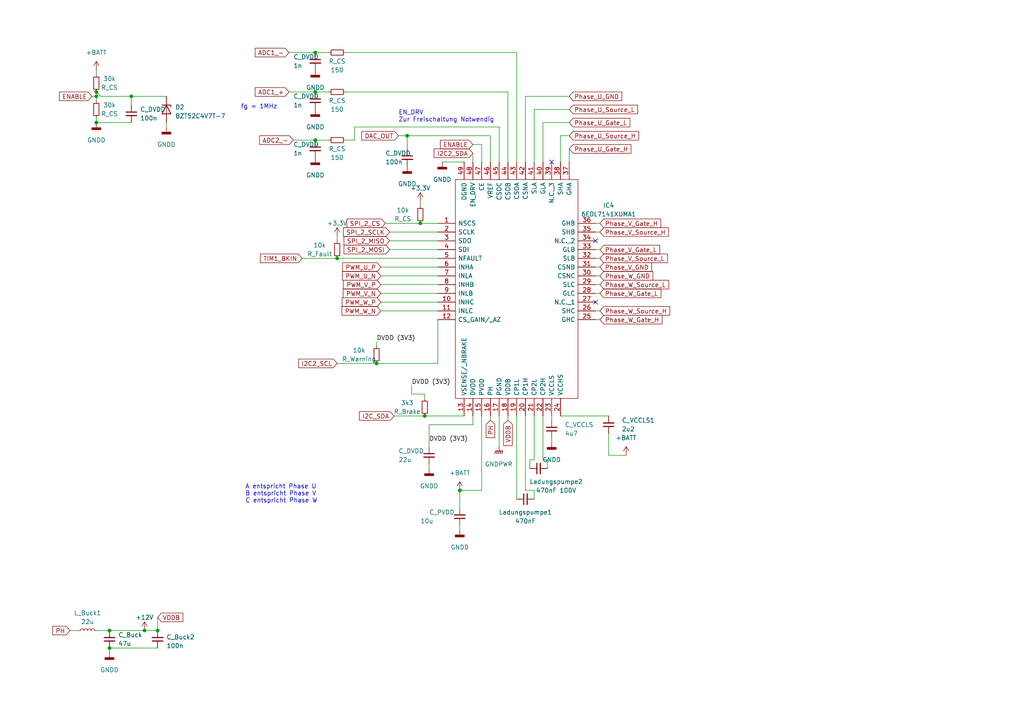
<source format=kicad_sch>
(kicad_sch (version 20230121) (generator eeschema)
  (paper "A4")
  (lib_symbols
    (symbol "Device:C_Small" (pin_numbers hide) (pin_names (offset 0.254) hide)
      (property "Reference" "C" (at 0.254 1.778 0))
      (property "Value" "C_Small" (at 0.254 -2.032 0))
      (symbol "C_Small_0_1"
        (polyline (pts (xy -1.524 -0.508) (xy 1.524 -0.508)) (stroke (width 0.3302)))
        (polyline (pts (xy -1.524 0.508) (xy 1.524 0.508)) (stroke (width 0.3048)))
      )
      (symbol "C_Small_1_1"
        (pin passive line (at 0 2.54 270) (length 2.032) (name "~") (number "1"))
        (pin passive line (at 0 -2.54 90) (length 2.032) (name "~") (number "2"))
      )
    )
    (symbol "Device:D_Zener" (pin_numbers hide) (pin_names (offset 1.016) hide)
      (property "Reference" "D" (at 0 2.54 0))
      (property "Value" "D_Zener" (at 0 -2.54 0))
      (symbol "D_Zener_0_1"
        (polyline (pts (xy 1.27 0) (xy -1.27 0)))
        (polyline (pts (xy -1.27 -1.27) (xy -1.27 1.27) (xy -0.762 1.27)) (stroke (width 0.254)))
        (polyline (pts (xy 1.27 -1.27) (xy 1.27 1.27) (xy -1.27 0) (xy 1.27 -1.27)) (stroke (width 0.254)))
      )
      (symbol "D_Zener_1_1"
        (pin passive line (at -3.81 0 0) (length 2.54) (name "K") (number "1"))
        (pin passive line (at 3.81 0 180) (length 2.54) (name "A") (number "2"))
      )
    )
    (symbol "Device:L_Small" (pin_numbers hide) (pin_names (offset 0.254) hide)
      (property "Reference" "L" (at 0.762 1.016 0))
      (property "Value" "L_Small" (at 0.762 -1.016 0))
      (symbol "L_Small_0_1"
        (arc (start 0 -2.032) (mid 0.5058 -1.524) (end 0 -1.016))
        (arc (start 0 -1.016) (mid 0.5058 -0.508) (end 0 0))
        (arc (start 0 0) (mid 0.5058 0.508) (end 0 1.016))
        (arc (start 0 1.016) (mid 0.5058 1.524) (end 0 2.032))
      )
      (symbol "L_Small_1_1"
        (pin passive line (at 0 2.54 270) (length 0.508) (name "~") (number "1"))
        (pin passive line (at 0 -2.54 90) (length 0.508) (name "~") (number "2"))
      )
    )
    (symbol "Device:R_Small" (pin_numbers hide) (pin_names (offset 0.254) hide)
      (property "Reference" "R" (at 0.762 0.508 0))
      (property "Value" "R_Small" (at 0.762 -1.016 0))
      (symbol "R_Small_0_1"
        (rectangle (start -0.762 1.778) (end 0.762 -1.778) (stroke (width 0.2032)))
      )
      (symbol "R_Small_1_1"
        (pin passive line (at 0 2.54 270) (length 0.762) (name "~") (number "1"))
        (pin passive line (at 0 -2.54 90) (length 0.762) (name "~") (number "2"))
      )
    )
    (symbol "GNDPWR_1" (power) (pin_names (offset 0))
      (property "Value" "GNDPWR_1" (at 0 -3.302 0))
      (symbol "GNDPWR_1_0_1"
        (polyline (pts (xy 0 -1.27) (xy 0 0)))
        (polyline (pts (xy -1.016 -1.27) (xy -1.27 -2.032) (xy -1.27 -2.032)) (stroke (width 0.2032)))
        (polyline (pts (xy -0.508 -1.27) (xy -0.762 -2.032) (xy -0.762 -2.032)) (stroke (width 0.2032)))
        (polyline (pts (xy 0 -1.27) (xy -0.254 -2.032) (xy -0.254 -2.032)) (stroke (width 0.2032)))
        (polyline (pts (xy 0.508 -1.27) (xy 0.254 -2.032) (xy 0.254 -2.032)) (stroke (width 0.2032)))
        (polyline (pts (xy 1.016 -1.27) (xy -1.016 -1.27) (xy -1.016 -1.27)) (stroke (width 0.2032)))
        (polyline (pts (xy 1.016 -1.27) (xy 0.762 -2.032) (xy 0.762 -2.032) (xy 0.762 -2.032)) (stroke (width 0.2032)))
      )
      (symbol "GNDPWR_1_1_1"
        (pin power_in line (at 0 0 270) (length 0) hide (name "GNDPWR") (number "1"))
      )
    )
    (symbol "SamacSys_Parts:6EDL7141XUMA1" (pin_names (offset 0.762))
      (property "Reference" "IC" (at 41.91 17.78 0))
      (property "Value" "6EDL7141XUMA1" (at 41.91 15.24 0))
      (symbol "6EDL7141XUMA1_0_0"
        (pin passive line (at 0 0 0) (length 5.08) (name "NSCS") (number "1"))
        (pin passive line (at 0 -22.86 0) (length 5.08) (name "INHC") (number "10"))
        (pin passive line (at 0 -25.4 0) (length 5.08) (name "INLC") (number "11"))
        (pin passive line (at 0 -27.94 0) (length 5.08) (name "CS_GAIN/_AZ") (number "12"))
        (pin passive line (at 7.62 -55.88 90) (length 5.08) (name "VSENSE/_NBRAKE") (number "13"))
        (pin passive line (at 10.16 -55.88 90) (length 5.08) (name "DVDD") (number "14"))
        (pin passive line (at 12.7 -55.88 90) (length 5.08) (name "PVDD") (number "15"))
        (pin passive line (at 15.24 -55.88 90) (length 5.08) (name "PH") (number "16"))
        (pin passive line (at 17.78 -55.88 90) (length 5.08) (name "PGND") (number "17"))
        (pin passive line (at 20.32 -55.88 90) (length 5.08) (name "VDDB") (number "18"))
        (pin passive line (at 22.86 -55.88 90) (length 5.08) (name "CP1L") (number "19"))
        (pin passive line (at 0 -2.54 0) (length 5.08) (name "SCLK") (number "2"))
        (pin passive line (at 25.4 -55.88 90) (length 5.08) (name "CP1H") (number "20"))
        (pin passive line (at 27.94 -55.88 90) (length 5.08) (name "CP2L") (number "21"))
        (pin passive line (at 30.48 -55.88 90) (length 5.08) (name "CP2H") (number "22"))
        (pin passive line (at 33.02 -55.88 90) (length 5.08) (name "VCCLS") (number "23"))
        (pin passive line (at 35.56 -55.88 90) (length 5.08) (name "VCCHS") (number "24"))
        (pin passive line (at 45.72 -27.94 180) (length 5.08) (name "GHC") (number "25"))
        (pin passive line (at 45.72 -25.4 180) (length 5.08) (name "SHC") (number "26"))
        (pin passive line (at 45.72 -22.86 180) (length 5.08) (name "N.C._1") (number "27"))
        (pin passive line (at 45.72 -20.32 180) (length 5.08) (name "GLC") (number "28"))
        (pin passive line (at 45.72 -17.78 180) (length 5.08) (name "SLC") (number "29"))
        (pin passive line (at 0 -5.08 0) (length 5.08) (name "SDO") (number "3"))
        (pin passive line (at 45.72 -15.24 180) (length 5.08) (name "CSNC") (number "30"))
        (pin passive line (at 45.72 -12.7 180) (length 5.08) (name "CSNB") (number "31"))
        (pin passive line (at 45.72 -10.16 180) (length 5.08) (name "SLB") (number "32"))
        (pin passive line (at 45.72 -7.62 180) (length 5.08) (name "GLB") (number "33"))
        (pin passive line (at 45.72 -5.08 180) (length 5.08) (name "N.C._2") (number "34"))
        (pin passive line (at 45.72 -2.54 180) (length 5.08) (name "SHB") (number "35"))
        (pin passive line (at 45.72 0 180) (length 5.08) (name "GHB") (number "36"))
        (pin passive line (at 38.1 17.78 270) (length 5.08) (name "GHA") (number "37"))
        (pin passive line (at 35.56 17.78 270) (length 5.08) (name "SHA") (number "38"))
        (pin passive line (at 33.02 17.78 270) (length 5.08) (name "N.C._3") (number "39"))
        (pin passive line (at 0 -7.62 0) (length 5.08) (name "SDI") (number "4"))
        (pin passive line (at 30.48 17.78 270) (length 5.08) (name "GLA") (number "40"))
        (pin passive line (at 27.94 17.78 270) (length 5.08) (name "SLA") (number "41"))
        (pin passive line (at 25.4 17.78 270) (length 5.08) (name "CSNA") (number "42"))
        (pin passive line (at 22.86 17.78 270) (length 5.08) (name "CSOA") (number "43"))
        (pin passive line (at 20.32 17.78 270) (length 5.08) (name "CSOB") (number "44"))
        (pin passive line (at 17.78 17.78 270) (length 5.08) (name "CSOC") (number "45"))
        (pin passive line (at 15.24 17.78 270) (length 5.08) (name "VREF") (number "46"))
        (pin passive line (at 12.7 17.78 270) (length 5.08) (name "CE") (number "47"))
        (pin passive line (at 10.16 17.78 270) (length 5.08) (name "EN_DRV") (number "48"))
        (pin passive line (at 7.62 17.78 270) (length 5.08) (name "DGND") (number "49"))
        (pin passive line (at 0 -10.16 0) (length 5.08) (name "NFAULT") (number "5"))
        (pin passive line (at 0 -12.7 0) (length 5.08) (name "INHA") (number "6"))
        (pin passive line (at 0 -15.24 0) (length 5.08) (name "INLA") (number "7"))
        (pin passive line (at 0 -17.78 0) (length 5.08) (name "INHB") (number "8"))
        (pin passive line (at 0 -20.32 0) (length 5.08) (name "INLB") (number "9"))
      )
      (symbol "6EDL7141XUMA1_0_1"
        (polyline (pts (xy 5.08 12.7) (xy 40.64 12.7) (xy 40.64 -50.8) (xy 5.08 -50.8) (xy 5.08 12.7)) (stroke (width 0.1524)))
      )
    )
    (symbol "power:+12V" (power) (pin_names (offset 0))
      (property "Value" "+12V" (at 0 3.556 0))
      (symbol "+12V_0_1"
        (polyline (pts (xy -0.762 1.27) (xy 0 2.54)))
        (polyline (pts (xy 0 0) (xy 0 2.54)))
        (polyline (pts (xy 0 2.54) (xy 0.762 1.27)))
      )
      (symbol "+12V_1_1"
        (pin power_in line (at 0 0 90) (length 0) hide (name "+12V") (number "1"))
      )
    )
    (symbol "power:+3.3V" (power) (pin_names (offset 0))
      (property "Value" "+3.3V" (at 0 3.556 0))
      (symbol "+3.3V_0_1"
        (polyline (pts (xy -0.762 1.27) (xy 0 2.54)))
        (polyline (pts (xy 0 0) (xy 0 2.54)))
        (polyline (pts (xy 0 2.54) (xy 0.762 1.27)))
      )
      (symbol "+3.3V_1_1"
        (pin power_in line (at 0 0 90) (length 0) hide (name "+3.3V") (number "1"))
      )
    )
    (symbol "power:+BATT" (power) (pin_names (offset 0))
      (property "Value" "+BATT" (at 0 3.556 0))
      (symbol "+BATT_0_1"
        (polyline (pts (xy -0.762 1.27) (xy 0 2.54)))
        (polyline (pts (xy 0 0) (xy 0 2.54)))
        (polyline (pts (xy 0 2.54) (xy 0.762 1.27)))
      )
      (symbol "+BATT_1_1"
        (pin power_in line (at 0 0 90) (length 0) hide (name "+BATT") (number "1"))
      )
    )
    (symbol "power:GNDD" (power) (pin_names (offset 0))
      (property "Value" "GNDD" (at 0 -3.175 0))
      (symbol "GNDD_0_1"
        (rectangle (start -1.27 -1.524) (end 1.27 -2.032) (stroke (width 0.254)) (fill (type outline)))
        (polyline (pts (xy 0 0) (xy 0 -1.524)))
      )
      (symbol "GNDD_1_1"
        (pin power_in line (at 0 0 270) (length 0) hide (name "GNDD") (number "1"))
      )
    )
  )
  (junction (at 121.92 64.77))
  (junction (at 97.79 74.93))
  (junction (at 27.94 26.67))
  (junction (at 38.1 27.94))
  (junction (at 109.22 105.41))
  (junction (at 91.44 40.64))
  (junction (at 91.44 26.67))
  (junction (at 123.19 120.65))
  (junction (at 118.11 39.37))
  (junction (at 31.75 187.96))
  (junction (at 133.35 142.24))
  (junction (at 41.91 182.88))
  (junction (at 27.94 35.56))
  (junction (at 45.72 182.88))
  (junction (at 27.94 27.94))
  (junction (at 31.75 182.88))
  (junction (at 91.44 15.24))
  (no_connect (at 172.72 69.85))
  (no_connect (at 172.72 87.63))
  (no_connect (at 160.02 46.99))
  (wire (pts (xy 102.87 40.64) (xy 100.33 40.64)))
  (wire (pts (xy 110.49 82.55) (xy 127 82.55)))
  (wire (pts (xy 91.44 26.67) (xy 95.25 26.67)))
  (wire (pts (xy 91.44 40.64) (xy 95.25 40.64)))
  (wire (pts (xy 139.7 46.99) (xy 139.7 41.91)))
  (wire (pts (xy 172.72 74.93) (xy 173.99 74.93)))
  (wire (pts (xy 29.21 27.94) (xy 27.94 26.67)))
  (wire (pts (xy 149.86 120.65) (xy 149.86 144.78)))
  (wire (pts (xy 142.24 39.37) (xy 142.24 46.99)))
  (wire (pts (xy 26.67 27.94) (xy 27.94 27.94)))
  (wire (pts (xy 113.03 69.85) (xy 127 69.85)))
  (wire (pts (xy 123.19 114.3) (xy 123.19 115.57)))
  (wire (pts (xy 121.92 64.77) (xy 127 64.77)))
  (wire (pts (xy 142.24 120.65) (xy 142.24 121.92)))
  (wire (pts (xy 172.72 82.55) (xy 173.99 82.55)))
  (wire (pts (xy 153.67 133.35) (xy 153.67 135.89)))
  (wire (pts (xy 113.03 67.31) (xy 127 67.31)))
  (wire (pts (xy 157.48 120.65) (xy 157.48 133.35)))
  (wire (pts (xy 27.94 182.88) (xy 31.75 182.88)))
  (wire (pts (xy 109.22 99.06) (xy 109.22 100.33)))
  (wire (pts (xy 165.1 35.56) (xy 157.48 35.56)))
  (wire (pts (xy 83.82 15.24) (xy 91.44 15.24)))
  (wire (pts (xy 110.49 77.47) (xy 127 77.47)))
  (wire (pts (xy 149.86 15.24) (xy 149.86 46.99)))
  (wire (pts (xy 31.75 182.88) (xy 41.91 182.88)))
  (wire (pts (xy 113.03 72.39) (xy 127 72.39)))
  (wire (pts (xy 133.35 153.67) (xy 133.35 152.4)))
  (wire (pts (xy 31.75 187.96) (xy 31.75 189.23)))
  (wire (pts (xy 172.72 85.09) (xy 173.99 85.09)))
  (wire (pts (xy 172.72 90.17) (xy 173.99 90.17)))
  (wire (pts (xy 110.49 85.09) (xy 127 85.09)))
  (wire (pts (xy 152.4 142.24) (xy 154.94 142.24)))
  (wire (pts (xy 139.7 142.24) (xy 139.7 120.65)))
  (wire (pts (xy 133.35 142.24) (xy 139.7 142.24)))
  (wire (pts (xy 100.33 15.24) (xy 149.86 15.24)))
  (wire (pts (xy 147.32 120.65) (xy 147.32 121.92)))
  (wire (pts (xy 123.19 120.65) (xy 134.62 120.65)))
  (wire (pts (xy 87.63 74.93) (xy 97.79 74.93)))
  (wire (pts (xy 154.94 133.35) (xy 153.67 133.35)))
  (wire (pts (xy 97.79 105.41) (xy 109.22 105.41)))
  (wire (pts (xy 172.72 80.01) (xy 173.99 80.01)))
  (wire (pts (xy 154.94 142.24) (xy 154.94 144.78)))
  (wire (pts (xy 172.72 92.71) (xy 173.99 92.71)))
  (wire (pts (xy 165.1 31.75) (xy 154.94 31.75)))
  (wire (pts (xy 110.49 80.01) (xy 127 80.01)))
  (wire (pts (xy 162.56 46.99) (xy 162.56 39.37)))
  (wire (pts (xy 85.09 40.64) (xy 91.44 40.64)))
  (wire (pts (xy 83.82 26.67) (xy 91.44 26.67)))
  (wire (pts (xy 27.94 27.94) (xy 27.94 29.21)))
  (wire (pts (xy 119.38 111.76) (xy 119.38 114.3)))
  (wire (pts (xy 45.72 187.96) (xy 31.75 187.96)))
  (wire (pts (xy 137.16 123.19) (xy 137.16 120.65)))
  (wire (pts (xy 160.02 127) (xy 160.02 128.27)))
  (wire (pts (xy 118.11 39.37) (xy 142.24 39.37)))
  (wire (pts (xy 115.57 39.37) (xy 118.11 39.37)))
  (wire (pts (xy 124.46 123.19) (xy 137.16 123.19)))
  (wire (pts (xy 172.72 77.47) (xy 173.99 77.47)))
  (wire (pts (xy 38.1 27.94) (xy 38.1 30.48)))
  (wire (pts (xy 162.56 120.65) (xy 176.53 120.65)))
  (wire (pts (xy 127 92.71) (xy 127 105.41)))
  (wire (pts (xy 165.1 27.94) (xy 152.4 27.94)))
  (wire (pts (xy 147.32 26.67) (xy 147.32 46.99)))
  (wire (pts (xy 154.94 120.65) (xy 154.94 133.35)))
  (wire (pts (xy 121.92 58.42) (xy 121.92 59.69)))
  (wire (pts (xy 172.72 67.31) (xy 173.99 67.31)))
  (wire (pts (xy 38.1 27.94) (xy 29.21 27.94)))
  (wire (pts (xy 109.22 105.41) (xy 127 105.41)))
  (wire (pts (xy 91.44 15.24) (xy 95.25 15.24)))
  (wire (pts (xy 27.94 20.32) (xy 27.94 21.59)))
  (wire (pts (xy 48.26 36.83) (xy 48.26 35.56)))
  (wire (pts (xy 139.7 41.91) (xy 137.16 41.91)))
  (wire (pts (xy 27.94 34.29) (xy 27.94 35.56)))
  (wire (pts (xy 172.72 72.39) (xy 173.99 72.39)))
  (wire (pts (xy 102.87 36.83) (xy 102.87 40.64)))
  (wire (pts (xy 27.94 26.67) (xy 27.94 27.94)))
  (wire (pts (xy 110.49 90.17) (xy 127 90.17)))
  (wire (pts (xy 38.1 27.94) (xy 48.26 27.94)))
  (wire (pts (xy 119.38 114.3) (xy 123.19 114.3)))
  (wire (pts (xy 157.48 35.56) (xy 157.48 46.99)))
  (wire (pts (xy 124.46 123.19) (xy 124.46 129.54)))
  (wire (pts (xy 110.49 87.63) (xy 127 87.63)))
  (wire (pts (xy 137.16 44.45) (xy 137.16 46.99)))
  (wire (pts (xy 102.87 36.83) (xy 144.78 36.83)))
  (wire (pts (xy 144.78 36.83) (xy 144.78 46.99)))
  (wire (pts (xy 157.48 133.35) (xy 158.75 133.35)))
  (wire (pts (xy 152.4 120.65) (xy 152.4 142.24)))
  (wire (pts (xy 100.33 26.67) (xy 147.32 26.67)))
  (wire (pts (xy 124.46 134.62) (xy 124.46 135.89)))
  (wire (pts (xy 97.79 68.58) (xy 97.79 69.85)))
  (wire (pts (xy 144.78 120.65) (xy 144.78 129.54)))
  (wire (pts (xy 114.3 120.65) (xy 123.19 120.65)))
  (wire (pts (xy 160.02 120.65) (xy 160.02 121.92)))
  (wire (pts (xy 176.53 132.08) (xy 181.61 132.08)))
  (wire (pts (xy 20.32 182.88) (xy 22.86 182.88)))
  (wire (pts (xy 97.79 74.93) (xy 127 74.93)))
  (wire (pts (xy 128.27 46.99) (xy 134.62 46.99)))
  (wire (pts (xy 45.72 179.07) (xy 45.72 182.88)))
  (wire (pts (xy 133.35 142.24) (xy 133.35 147.32)))
  (wire (pts (xy 172.72 64.77) (xy 173.99 64.77)))
  (wire (pts (xy 154.94 31.75) (xy 154.94 46.99)))
  (wire (pts (xy 41.91 182.88) (xy 45.72 182.88)))
  (wire (pts (xy 158.75 133.35) (xy 158.75 135.89)))
  (wire (pts (xy 152.4 27.94) (xy 152.4 46.99)))
  (wire (pts (xy 27.94 35.56) (xy 38.1 35.56)))
  (wire (pts (xy 165.1 43.18) (xy 165.1 46.99)))
  (wire (pts (xy 162.56 39.37) (xy 165.1 39.37)))
  (wire (pts (xy 118.11 39.37) (xy 118.11 43.18)))
  (wire (pts (xy 176.53 125.73) (xy 176.53 132.08)))
  (wire (pts (xy 111.76 64.77) (xy 121.92 64.77)))
  (text "EN_DRV\nZur Freischaltung Notwendig" (at 115.57 35.56 0) (effects (font (size 1.27 1.27)) (justify left bottom)))
  (text "A entspricht Phase U\nB entspricht Phase V\nC entspricht Phase W" (at 71.12 146.05 0) (effects (font (size 1.27 1.27)) (justify left bottom)))
  (text "fg = 1MHz" (at 69.85 31.75 0) (effects (font (size 1.27 1.27)) (justify left bottom)))
  (label "DVDD (3V3)" (at 119.38 111.76 0))
  (label "DVDD (3V3)" (at 124.46 128.27 0))
  (label "DVDD (3V3)" (at 109.22 99.06 0))
  (global_label "PWM_W_P" (shape input) (at 110.49 87.63 180) (property "Intersheetrefs" "${INTERSHEET_REFS}" (effects hide)))
  (global_label "PWM_V_N" (shape input) (at 110.49 85.09 180) (property "Intersheetrefs" "${INTERSHEET_REFS}" (effects hide)))
  (global_label "I2C2_SCL" (shape input) (at 97.79 105.41 180) (property "Intersheetrefs" "${INTERSHEET_REFS}" (effects hide)))
  (global_label "ADC2_-" (shape input) (at 85.09 40.64 180) (property "Intersheetrefs" "${INTERSHEET_REFS}" (effects hide)))
  (global_label "Phase_W_GND" (shape input) (at 173.99 80.01 0) (property "Intersheetrefs" "${INTERSHEET_REFS}" (effects hide)))
  (global_label "VDDB" (shape input) (at 147.32 121.92 270) (property "Intersheetrefs" "${INTERSHEET_REFS}" (effects hide)))
  (global_label "Phase_W_Source_H" (shape input) (at 173.99 90.17 0) (property "Intersheetrefs" "${INTERSHEET_REFS}" (effects hide)))
  (global_label "TIM1_BKIN" (shape input) (at 87.63 74.93 180) (property "Intersheetrefs" "${INTERSHEET_REFS}" (effects hide)))
  (global_label "PWM_V_P" (shape input) (at 110.49 82.55 180) (property "Intersheetrefs" "${INTERSHEET_REFS}" (effects hide)))
  (global_label "PH" (shape input) (at 142.24 121.92 270) (property "Intersheetrefs" "${INTERSHEET_REFS}" (effects hide)))
  (global_label "Phase_V_Gate_L" (shape input) (at 173.99 72.39 0) (property "Intersheetrefs" "${INTERSHEET_REFS}" (effects hide)))
  (global_label "SPI_2_MISO" (shape input) (at 113.03 69.85 180) (property "Intersheetrefs" "${INTERSHEET_REFS}" (effects hide)))
  (global_label "SPI_2_SCLK" (shape input) (at 113.03 67.31 180) (property "Intersheetrefs" "${INTERSHEET_REFS}" (effects hide)))
  (global_label "Phase_U_Gate_L" (shape input) (at 165.1 35.56 0) (property "Intersheetrefs" "${INTERSHEET_REFS}" (effects hide)))
  (global_label "Phase_W_Source_L" (shape input) (at 173.99 82.55 0) (property "Intersheetrefs" "${INTERSHEET_REFS}" (effects hide)))
  (global_label "PWM_U_P" (shape input) (at 110.49 77.47 180) (property "Intersheetrefs" "${INTERSHEET_REFS}" (effects hide)))
  (global_label "SPI_2_MOSI" (shape input) (at 113.03 72.39 180) (property "Intersheetrefs" "${INTERSHEET_REFS}" (effects hide)))
  (global_label "Phase_W_Gate_L" (shape input) (at 173.99 85.09 0) (property "Intersheetrefs" "${INTERSHEET_REFS}" (effects hide)))
  (global_label "Phase_W_Gate_H" (shape input) (at 173.99 92.71 0) (property "Intersheetrefs" "${INTERSHEET_REFS}" (effects hide)))
  (global_label "ADC1_-" (shape input) (at 83.82 15.24 180) (property "Intersheetrefs" "${INTERSHEET_REFS}" (effects hide)))
  (global_label "PWM_U_N" (shape input) (at 110.49 80.01 180) (property "Intersheetrefs" "${INTERSHEET_REFS}" (effects hide)))
  (global_label "ENABLE" (shape input) (at 26.67 27.94 180) (property "Intersheetrefs" "${INTERSHEET_REFS}" (effects hide)))
  (global_label "Phase_V_Gate_H" (shape input) (at 173.99 64.77 0) (property "Intersheetrefs" "${INTERSHEET_REFS}" (effects hide)))
  (global_label "SPI_2_CS" (shape input) (at 111.76 64.77 180) (property "Intersheetrefs" "${INTERSHEET_REFS}" (effects hide)))
  (global_label "Phase_V_GND" (shape input) (at 173.99 77.47 0) (property "Intersheetrefs" "${INTERSHEET_REFS}" (effects hide)))
  (global_label "ADC1_+" (shape input) (at 83.82 26.67 180) (property "Intersheetrefs" "${INTERSHEET_REFS}" (effects hide)))
  (global_label "I2C_SDA" (shape input) (at 114.3 120.65 180) (property "Intersheetrefs" "${INTERSHEET_REFS}" (effects hide)))
  (global_label "VDDB" (shape input) (at 45.72 179.07 0) (property "Intersheetrefs" "${INTERSHEET_REFS}" (effects hide)))
  (global_label "Phase_V_Source_H" (shape input) (at 173.99 67.31 0) (property "Intersheetrefs" "${INTERSHEET_REFS}" (effects hide)))
  (global_label "Phase_U_GND" (shape input) (at 165.1 27.94 0) (property "Intersheetrefs" "${INTERSHEET_REFS}" (effects hide)))
  (global_label "PWM_W_N" (shape input) (at 110.49 90.17 180) (property "Intersheetrefs" "${INTERSHEET_REFS}" (effects hide)))
  (global_label "Phase_V_Source_L" (shape input) (at 173.99 74.93 0) (property "Intersheetrefs" "${INTERSHEET_REFS}" (effects hide)))
  (global_label "Phase_U_Gate_H" (shape input) (at 165.1 43.18 0) (property "Intersheetrefs" "${INTERSHEET_REFS}" (effects hide)))
  (global_label "PH" (shape input) (at 20.32 182.88 180) (property "Intersheetrefs" "${INTERSHEET_REFS}" (effects hide)))
  (global_label "Phase_U_Source_H" (shape input) (at 165.1 39.37 0) (property "Intersheetrefs" "${INTERSHEET_REFS}" (effects hide)))
  (global_label "DAC_OUT" (shape input) (at 115.57 39.37 180) (property "Intersheetrefs" "${INTERSHEET_REFS}" (effects hide)))
  (global_label "Phase_U_Source_L" (shape input) (at 165.1 31.75 0) (property "Intersheetrefs" "${INTERSHEET_REFS}" (effects hide)))
  (global_label "I2C2_SDA" (shape input) (at 137.16 44.45 180) (property "Intersheetrefs" "${INTERSHEET_REFS}" (effects hide)))
  (global_label "ENABLE" (shape input) (at 137.16 41.91 180) (property "Intersheetrefs" "${INTERSHEET_REFS}" (effects hide)))
  (symbol (lib_id "power:+3.3V") (at 97.79 68.58 0) (unit 1)
    (property "Reference" "#PWR0100" (effects hide))
    (property "Value" "+3.3V" (at 97.79 64.77 0))
    (instances (project "Leistungs_Halbleiter_Platine" (path "" (reference "#PWR0100") (unit 1))) (project "Servo_Controller_Rev2" (path "" (reference "#PWR0100") (unit 1))) (project "Infineon_6layer_Treiber" (path "" (reference "#PWR02") (unit 1))))
  )
  (symbol (lib_id "Device:C_Small") (at 133.35 149.86 180) (unit 1)
    (property "Reference" "C_PVDD" (at 124.46 148.59 0) (effects (justify right)))
    (property "Value" "10u" (at 121.92 151.13 0) (effects (justify right)))
    (property "Footprint" "Capacitor_SMD:C_1210_3225Metric" (effects hide))
    (instances (project "Leistungs_Halbleiter_Platine" (path "" (reference "C_PVDD") (unit 1))) (project "Servo_Controller_Rev2" (path "" (reference "C_PVDD") (unit 1))) (project "Infineon_6layer_Treiber" (path "" (reference "C_PVDD1") (unit 1))))
  )
  (symbol (lib_id "Device:C_Small") (at 38.1 33.02 0) (unit 1)
    (property "Reference" "C_DVDD" (at 40.64 31.75 0) (effects (justify left)))
    (property "Value" "100n" (at 40.64 34.29 0) (effects (justify left)))
    (property "Footprint" "Capacitor_SMD:C_0603_1608Metric" (effects hide))
    (property "Datasheet" "https://www.mouser.de/ProductDetail/Taiyo-Yuden/TMK107B7105MA-T?qs=VWNNG7jHlrKKMg%252BvIL9SkQ%3D%3D" (effects hide))
    (instances (project "Leistungs_Halbleiter_Platine" (path "" (reference "C_DVDD") (unit 1))) (project "Servo_Controller_Rev2" (path "" (reference "C_DVDD") (unit 1))) (project "Infineon_6layer_Treiber" (path "" (reference "C_CE1") (unit 1))))
  )
  (symbol (lib_id "Device:D_Zener") (at 48.26 31.75 270) (unit 1)
    (property "Reference" "D2" (at 50.8 31.115 90) (effects (justify left)))
    (property "Value" "BZT52C4V7T-7" (at 50.8 33.655 90) (effects (justify left)))
    (property "Footprint" "Diode_SMD:D_SOD-523" (effects hide))
    (property "Datasheet" "https://www.mouser.de/ProductDetail/Diodes-Incorporated/BZT52C4V7T-7?qs=zLeapIUCO8SroLebLeUNYA%3D%3D" (effects hide))
  )
  (symbol (lib_id "Device:R_Small") (at 27.94 31.75 0) (unit 1)
    (property "Reference" "R_CS" (at 31.75 33.02 0))
    (property "Value" "30k" (at 31.75 30.48 0))
    (property "Footprint" "Resistor_SMD:R_0603_1608Metric" (effects hide))
    (instances (project "Leistungs_Halbleiter_Platine" (path "" (reference "R_CS") (unit 1))) (project "Servo_Controller_Rev2" (path "" (reference "R_CS") (unit 1))) (project "Infineon_6layer_Treiber" (path "" (reference "R_CE2") (unit 1))))
  )
  (symbol (lib_id "Device:C_Small") (at 91.44 43.18 0) (unit 1)
    (property "Reference" "C_DVDD" (at 85.09 41.91 0) (effects (justify left)))
    (property "Value" "1n" (at 85.09 44.45 0) (effects (justify left)))
    (property "Footprint" "Capacitor_SMD:C_0201_0603Metric" (effects hide))
    (property "Datasheet" "https://www.mouser.de/ProductDetail/Taiyo-Yuden/TMK107B7105MA-T?qs=VWNNG7jHlrKKMg%252BvIL9SkQ%3D%3D" (effects hide))
    (instances (project "Leistungs_Halbleiter_Platine" (path "" (reference "C_DVDD") (unit 1))) (project "Servo_Controller_Rev2" (path "" (reference "C_DVDD") (unit 1))) (project "Infineon_6layer_Treiber" (path "" (reference "C_I_W1") (unit 1))))
  )
  (symbol (lib_id "Device:R_Small") (at 97.79 15.24 270) (unit 1)
    (property "Reference" "R_CS" (at 97.79 17.78 90))
    (property "Value" "150" (at 97.79 20.32 90))
    (property "Footprint" "Resistor_SMD:R_0201_0603Metric" (effects hide))
    (instances (project "Leistungs_Halbleiter_Platine" (path "" (reference "R_CS") (unit 1))) (project "Servo_Controller_Rev2" (path "" (reference "R_CS") (unit 1))) (project "Infineon_6layer_Treiber" (path "" (reference "R_I_U1") (unit 1))))
  )
  (symbol (lib_id "Device:C_Small") (at 31.75 185.42 180) (unit 1)
    (property "Reference" "C_Buck" (at 34.29 184.15 0) (effects (justify right)))
    (property "Value" "47u" (at 34.29 186.69 0) (effects (justify right)))
    (property "Footprint" "Capacitor_SMD:C_1210_3225Metric" (effects hide))
    (property "Datasheet" "https://www.mouser.de/ProductDetail/Taiyo-Yuden/UMK105BJ104KV-F?qs=CNQs48zzdnoJ4XB0txVd8w%3D%3D" (effects hide))
    (instances (project "Leistungs_Halbleiter_Platine" (path "" (reference "C_Buck") (unit 1))) (project "Servo_Controller_Rev2" (path "" (reference "C_Buck") (unit 1))) (project "Infineon_6layer_Treiber" (path "" (reference "C_Buck1") (unit 1))))
  )
  (symbol (lib_id "Device:C_Small") (at 124.46 132.08 0) (unit 1)
    (property "Reference" "C_DVDD" (at 115.57 130.81 0) (effects (justify left)))
    (property "Value" "22u" (at 115.57 133.35 0) (effects (justify left)))
    (property "Footprint" "Capacitor_SMD:C_0603_1608Metric" (effects hide))
    (property "Datasheet" "https://www.mouser.de/ProductDetail/Taiyo-Yuden/TMK107B7105MA-T?qs=VWNNG7jHlrKKMg%252BvIL9SkQ%3D%3D" (effects hide))
    (instances (project "Leistungs_Halbleiter_Platine" (path "" (reference "C_DVDD") (unit 1))) (project "Servo_Controller_Rev2" (path "" (reference "C_DVDD") (unit 1))) (project "Infineon_6layer_Treiber" (path "" (reference "C_DVDD1") (unit 1))))
  )
  (symbol (lib_id "power:GNDD") (at 31.75 189.23 0) (unit 1)
    (property "Reference" "#PWR094" (effects hide))
    (property "Value" "GNDD" (at 31.75 194.31 0))
    (instances (project "Leistungs_Halbleiter_Platine" (path "" (reference "#PWR094") (unit 1))) (project "Servo_Controller_Rev2" (path "" (reference "#PWR094") (unit 1))) (project "Infineon_6layer_Treiber" (path "" (reference "#PWR01") (unit 1))))
  )
  (symbol (lib_id "Device:R_Small") (at 97.79 40.64 270) (unit 1)
    (property "Reference" "R_CS" (at 97.79 43.18 90))
    (property "Value" "150" (at 97.79 45.72 90))
    (property "Footprint" "Resistor_SMD:R_0201_0603Metric" (effects hide))
    (instances (project "Leistungs_Halbleiter_Platine" (path "" (reference "R_CS") (unit 1))) (project "Servo_Controller_Rev2" (path "" (reference "R_CS") (unit 1))) (project "Infineon_6layer_Treiber" (path "" (reference "R_I_W1") (unit 1))))
  )
  (symbol (lib_id "Device:R_Small") (at 121.92 62.23 180) (unit 1)
    (property "Reference" "R_CS" (at 116.84 63.5 0))
    (property "Value" "10k" (at 116.84 60.96 0))
    (property "Footprint" "Resistor_SMD:R_0201_0603Metric" (effects hide))
    (instances (project "Leistungs_Halbleiter_Platine" (path "" (reference "R_CS") (unit 1))) (project "Servo_Controller_Rev2" (path "" (reference "R_CS") (unit 1))) (project "Infineon_6layer_Treiber" (path "" (reference "R_CS1") (unit 1))))
  )
  (symbol (lib_id "power:GNDD") (at 91.44 31.75 0) (unit 1)
    (property "Reference" "#PWR098" (effects hide))
    (property "Value" "GNDD" (at 91.44 36.83 0))
    (instances (project "Leistungs_Halbleiter_Platine" (path "" (reference "#PWR098") (unit 1))) (project "Servo_Controller_Rev2" (path "" (reference "#PWR098") (unit 1))) (project "Infineon_6layer_Treiber" (path "" (reference "#PWR061") (unit 1))))
  )
  (symbol (lib_id "SamacSys_Parts:6EDL7141XUMA1") (at 127 64.77 0) (unit 1)
    (property "Reference" "IC4" (at 176.53 59.5883 0))
    (property "Value" "6EDL7141XUMA1" (at 176.53 62.1283 0))
    (property "Footprint" "6EDL7141XUMA1" (effects hide))
    (property "Datasheet" "https://www.infineon.com/dgdl/Infineon-6EDL7141-DataSheet-v01_04-EN.pdf?fileId=5546d46279cccfdb0179f4c1d3bf0756" (effects hide))
    (property "Description" "Motor / Motion / Ignition Controllers & Drivers INT. POWERSTAGE/DRIVER" (effects hide))
    (property "Height" "0.9" (effects hide))
    (property "Mouser Part Number" "726-6EDL7141XUMA1" (effects hide))
    (property "Mouser Price/Stock" "https://www.mouser.co.uk/ProductDetail/Infineon-Technologies/6EDL7141XUMA1?qs=aP1CjGhiNiH8RFqV7BE9hQ%3D%3D" (effects hide))
    (property "Manufacturer_Name" "Infineon" (effects hide))
    (property "Manufacturer_Part_Number" "6EDL7141XUMA1" (effects hide))
    (instances (project "Leistungs_Halbleiter_Platine" (path "" (reference "IC4") (unit 1))) (project "Servo_Controller_Rev2" (path "" (reference "IC4") (unit 1))) (project "Infineon_6layer_Treiber" (path "" (reference "IC1") (unit 1))))
  )
  (symbol (lib_id "Device:R_Small") (at 97.79 26.67 270) (unit 1)
    (property "Reference" "R_CS" (at 97.79 29.21 90))
    (property "Value" "150" (at 97.79 31.75 90))
    (property "Footprint" "Resistor_SMD:R_0201_0603Metric" (effects hide))
    (instances (project "Leistungs_Halbleiter_Platine" (path "" (reference "R_CS") (unit 1))) (project "Servo_Controller_Rev2" (path "" (reference "R_CS") (unit 1))) (project "Infineon_6layer_Treiber" (path "" (reference "R_I_V1") (unit 1))))
  )
  (symbol (lib_id "Device:C_Small") (at 176.53 123.19 180) (unit 1)
    (property "Reference" "C_VCCLS1" (at 180.34 121.92 0) (effects (justify right)))
    (property "Value" "2u2" (at 180.34 124.46 0) (effects (justify right)))
    (property "Footprint" "Capacitor_SMD:C_1206_3216Metric" (effects hide))
    (instances (project "Leistungs_Halbleiter_Platine" (path "" (reference "C_VCCLS1") (unit 1))) (project "Servo_Controller_Rev2" (path "" (reference "C_VCCLS1") (unit 1))) (project "Infineon_6layer_Treiber" (path "" (reference "C_VCCLS2") (unit 1))))
  )
  (symbol (lib_id "Device:C_Small") (at 152.4 144.78 90) (unit 1)
    (property "Reference" "Ladungspumpe1" (at 152.4 148.59 90))
    (property "Value" "470nF" (at 152.4063 151.13 90))
    (property "Footprint" "Capacitor_SMD:C_0805_2012Metric" (effects hide))
    (property "Datasheet" "https://www.mouser.de/ProductDetail/YAGEO/CC0402JRX7R9BB473?qs=UgE%2F0m3bTsbT5W%2FmX%252BtIeg%3D%3D" (effects hide))
  )
  (symbol (lib_id "power:GNDD") (at 118.11 48.26 0) (unit 1)
    (property "Reference" "#PWR098" (effects hide))
    (property "Value" "GNDD" (at 118.11 53.34 0))
    (instances (project "Leistungs_Halbleiter_Platine" (path "" (reference "#PWR098") (unit 1))) (project "Servo_Controller_Rev2" (path "" (reference "#PWR098") (unit 1))) (project "Infineon_6layer_Treiber" (path "" (reference "#PWR063") (unit 1))))
  )
  (symbol (lib_id "Device:R_Small") (at 27.94 24.13 0) (unit 1)
    (property "Reference" "R_CS" (at 31.75 25.4 0))
    (property "Value" "30k" (at 31.75 22.86 0))
    (property "Footprint" "Resistor_SMD:R_0603_1608Metric" (effects hide))
    (instances (project "Leistungs_Halbleiter_Platine" (path "" (reference "R_CS") (unit 1))) (project "Servo_Controller_Rev2" (path "" (reference "R_CS") (unit 1))) (project "Infineon_6layer_Treiber" (path "" (reference "R_CE1") (unit 1))))
  )
  (symbol (lib_id "Device:C_Small") (at 156.21 135.89 90) (unit 1)
    (property "Reference" "Ladungspumpe2" (at 161.29 139.7 90))
    (property "Value" "470nF 100V" (at 161.2963 142.24 90))
    (property "Footprint" "Capacitor_SMD:C_0805_2012Metric" (effects hide))
  )
  (symbol (lib_id "power:GNDD") (at 27.94 35.56 0) (unit 1)
    (property "Reference" "#PWR098" (effects hide))
    (property "Value" "GNDD" (at 27.94 40.64 0))
    (instances (project "Leistungs_Halbleiter_Platine" (path "" (reference "#PWR098") (unit 1))) (project "Servo_Controller_Rev2" (path "" (reference "#PWR098") (unit 1))) (project "Infineon_6layer_Treiber" (path "" (reference "#PWR046") (unit 1))))
  )
  (symbol (lib_id "Device:C_Small") (at 118.11 45.72 0) (unit 1)
    (property "Reference" "C_DVDD" (at 111.76 44.45 0) (effects (justify left)))
    (property "Value" "100n" (at 111.76 46.99 0) (effects (justify left)))
    (property "Footprint" "Capacitor_SMD:C_0201_0603Metric" (effects hide))
    (property "Datasheet" "https://www.mouser.de/ProductDetail/Taiyo-Yuden/TMK107B7105MA-T?qs=VWNNG7jHlrKKMg%252BvIL9SkQ%3D%3D" (effects hide))
    (instances (project "Leistungs_Halbleiter_Platine" (path "" (reference "C_DVDD") (unit 1))) (project "Servo_Controller_Rev2" (path "" (reference "C_DVDD") (unit 1))) (project "Infineon_6layer_Treiber" (path "" (reference "C_VRef1") (unit 1))))
  )
  (symbol (lib_id "power:+12V") (at 41.91 182.88 0) (unit 1)
    (property "Reference" "#PWR056" (effects hide))
    (property "Value" "+12V" (at 41.91 179.07 0))
    (instances (project "Servo_Steuerung" (path "" (reference "#PWR056") (unit 1)) (path "" (reference "#PWR024") (unit 1))) (project "Infineon_6layer_Treiber" (path "" (reference "#PWR045") (unit 1)) (path "" (reference "#PWR023") (unit 1))))
  )
  (symbol (lib_id "power:+BATT") (at 133.35 142.24 0) (unit 1)
    (property "Reference" "#PWR057" (effects hide))
    (property "Value" "+BATT" (at 133.35 137.16 0))
    (instances (project "Leistungs_Halbleiter_Platine" (path "" (reference "#PWR057") (unit 1))) (project "Servo_Controller_Rev2" (path "" (reference "#PWR057") (unit 1))) (project "Servo_Controller_Rev1_2" (path "" (reference "#PWR?") (unit 1))) (project "Infineon_6layer_Treiber" (path "" (reference "#PWR016") (unit 1)) (path "" (reference "#PWR013") (unit 1))))
  )
  (symbol (lib_id "power:+BATT") (at 27.94 20.32 0) (unit 1)
    (property "Reference" "#PWR057" (effects hide))
    (property "Value" "+BATT" (at 27.94 15.24 0))
    (instances (project "Leistungs_Halbleiter_Platine" (path "" (reference "#PWR057") (unit 1))) (project "Servo_Controller_Rev2" (path "" (reference "#PWR057") (unit 1))) (project "Servo_Controller_Rev1_2" (path "" (reference "#PWR?") (unit 1))) (project "Infineon_6layer_Treiber" (path "" (reference "#PWR016") (unit 1)) (path "" (reference "#PWR045") (unit 1))))
  )
  (symbol (lib_id "power:GNDD") (at 133.35 153.67 0) (unit 1)
    (property "Reference" "#PWR023" (effects hide))
    (property "Value" "GNDD" (at 133.35 158.75 0))
    (instances (project "Leistungs_Halbleiter_Platine" (path "" (reference "#PWR023") (unit 1))) (project "Servo_Controller_Rev2" (path "" (reference "#PWR023") (unit 1))) (project "Infineon_6layer_Treiber" (path "" (reference "#PWR09") (unit 1))))
  )
  (symbol (lib_id "Device:R_Small") (at 97.79 72.39 180) (unit 1)
    (property "Reference" "R_Fault" (at 92.71 73.66 0))
    (property "Value" "10k" (at 92.71 71.12 0))
    (property "Footprint" "Resistor_SMD:R_0201_0603Metric" (effects hide))
    (instances (project "Leistungs_Halbleiter_Platine" (path "" (reference "R_Fault") (unit 1))) (project "Servo_Controller_Rev2" (path "" (reference "R_Fault") (unit 1))) (project "Infineon_6layer_Treiber" (path "" (reference "R_Fault1") (unit 1))))
  )
  (symbol (lib_id "power:GNDD") (at 48.26 36.83 0) (unit 1)
    (property "Reference" "#PWR098" (effects hide))
    (property "Value" "GNDD" (at 48.26 41.91 0))
    (instances (project "Leistungs_Halbleiter_Platine" (path "" (reference "#PWR098") (unit 1))) (project "Servo_Controller_Rev2" (path "" (reference "#PWR098") (unit 1))) (project "Infineon_6layer_Treiber" (path "" (reference "#PWR044") (unit 1))))
  )
  (symbol (lib_name "GNDPWR_1") (lib_id "power:GNDPWR") (at 144.78 129.54 0) (unit 1)
    (property "Reference" "#PWR093" (effects hide))
    (property "Value" "GNDPWR" (at 144.653 134.62 0))
    (instances (project "Leistungs_Halbleiter_Platine" (path "" (reference "#PWR093") (unit 1))) (project "Servo_Controller_Rev2" (path "" (reference "#PWR093") (unit 1))) (project "Infineon_6layer_Treiber" (path "" (reference "#PWR011") (unit 1))))
  )
  (symbol (lib_id "power:+3.3V") (at 121.92 58.42 0) (unit 1)
    (property "Reference" "#PWR099" (effects hide))
    (property "Value" "+3.3V" (at 121.92 54.61 0))
    (instances (project "Leistungs_Halbleiter_Platine" (path "" (reference "#PWR099") (unit 1))) (project "Servo_Controller_Rev2" (path "" (reference "#PWR099") (unit 1))) (project "Infineon_6layer_Treiber" (path "" (reference "#PWR04") (unit 1))))
  )
  (symbol (lib_id "power:GNDD") (at 124.46 135.89 0) (unit 1)
    (property "Reference" "#PWR095" (effects hide))
    (property "Value" "GNDD" (at 124.46 140.97 0))
    (instances (project "Leistungs_Halbleiter_Platine" (path "" (reference "#PWR095") (unit 1))) (project "Servo_Controller_Rev2" (path "" (reference "#PWR095") (unit 1))) (project "Infineon_6layer_Treiber" (path "" (reference "#PWR08") (unit 1))))
  )
  (symbol (lib_id "power:GNDD") (at 128.27 46.99 0) (unit 1)
    (property "Reference" "#PWR098" (effects hide))
    (property "Value" "GNDD" (at 128.27 52.07 0))
    (instances (project "Leistungs_Halbleiter_Platine" (path "" (reference "#PWR098") (unit 1))) (project "Servo_Controller_Rev2" (path "" (reference "#PWR098") (unit 1))) (project "Infineon_6layer_Treiber" (path "" (reference "#PWR07") (unit 1))))
  )
  (symbol (lib_id "Device:C_Small") (at 91.44 17.78 0) (unit 1)
    (property "Reference" "C_DVDD" (at 85.09 16.51 0) (effects (justify left)))
    (property "Value" "1n" (at 85.09 19.05 0) (effects (justify left)))
    (property "Footprint" "Capacitor_SMD:C_0201_0603Metric" (effects hide))
    (property "Datasheet" "https://www.mouser.de/ProductDetail/Taiyo-Yuden/TMK107B7105MA-T?qs=VWNNG7jHlrKKMg%252BvIL9SkQ%3D%3D" (effects hide))
    (instances (project "Leistungs_Halbleiter_Platine" (path "" (reference "C_DVDD") (unit 1))) (project "Servo_Controller_Rev2" (path "" (reference "C_DVDD") (unit 1))) (project "Infineon_6layer_Treiber" (path "" (reference "C_I_U1") (unit 1))))
  )
  (symbol (lib_id "Device:L_Small") (at 25.4 182.88 90) (unit 1)
    (property "Reference" "L_Buck1" (at 25.4 177.8 90))
    (property "Value" "22u" (at 25.4 180.34 90))
    (property "Footprint" "UltraLibrarian:MPL-SE4030-220" (effects hide))
    (property "Datasheet" "https://www.mouser.de/ProductDetail/Monolithic-Power-Systems-MPS/MPL-SE4030-220?qs=sPbYRqrBIVmXqo4uVqfZUg%3D%3D" (effects hide))
    (instances (project "Leistungs Teil" (path "" (reference "L_Buck1") (unit 1))) (project "Zweit_Platine" (path "" (reference "L_Buck1") (unit 1))) (project "Rev1.4" (path "" (reference "L_Buck1") (unit 1))) (project "Orientation_Sensor" (path "" (reference "L_Buck2") (unit 1))) (project "Unten_Treiber" (path "" (reference "L_Buck1") (unit 1))) (project "Infineon_6layer_Treiber" (path "" (reference "L_Buck1") (unit 1))))
  )
  (symbol (lib_id "Device:C_Small") (at 91.44 29.21 0) (unit 1)
    (property "Reference" "C_DVDD" (at 85.09 27.94 0) (effects (justify left)))
    (property "Value" "1n" (at 85.09 30.48 0) (effects (justify left)))
    (property "Footprint" "Capacitor_SMD:C_0201_0603Metric" (effects hide))
    (property "Datasheet" "https://www.mouser.de/ProductDetail/Taiyo-Yuden/TMK107B7105MA-T?qs=VWNNG7jHlrKKMg%252BvIL9SkQ%3D%3D" (effects hide))
    (instances (project "Leistungs_Halbleiter_Platine" (path "" (reference "C_DVDD") (unit 1))) (project "Servo_Controller_Rev2" (path "" (reference "C_DVDD") (unit 1))) (project "Infineon_6layer_Treiber" (path "" (reference "C_I_V1") (unit 1))))
  )
  (symbol (lib_id "Device:C_Small") (at 45.72 185.42 180) (unit 1)
    (property "Reference" "C_Buck2" (at 48.26 184.7786 0) (effects (justify right)))
    (property "Value" "100n" (at 48.26 187.3186 0) (effects (justify right)))
    (property "Footprint" "Capacitor_SMD:C_0402_1005Metric" (effects hide))
    (property "Datasheet" "https://www.mouser.de/ProductDetail/Taiyo-Yuden/UMK105BJ104KV-F?qs=CNQs48zzdnoJ4XB0txVd8w%3D%3D" (effects hide))
  )
  (symbol (lib_id "power:GNDD") (at 160.02 128.27 0) (unit 1)
    (property "Reference" "#PWR097" (effects hide))
    (property "Value" "GNDD" (at 160.02 133.35 0))
    (instances (project "Leistungs_Halbleiter_Platine" (path "" (reference "#PWR097") (unit 1))) (project "Servo_Controller_Rev2" (path "" (reference "#PWR097") (unit 1))) (project "Infineon_6layer_Treiber" (path "" (reference "#PWR012") (unit 1))))
  )
  (symbol (lib_id "Device:R_Small") (at 109.22 102.87 180) (unit 1)
    (property "Reference" "R_Warning" (at 104.14 104.14 0))
    (property "Value" "10k" (at 104.14 101.6 0))
    (property "Footprint" "Resistor_SMD:R_0402_1005Metric" (effects hide))
    (instances (project "Leistungs_Halbleiter_Platine" (path "" (reference "R_Warning") (unit 1))) (project "Servo_Controller_Rev2" (path "" (reference "R_Warning") (unit 1))) (project "Infineon_6layer_Treiber" (path "" (reference "R_Warning1") (unit 1))))
  )
  (symbol (lib_id "power:+BATT") (at 181.61 132.08 0) (unit 1)
    (property "Reference" "#PWR057" (effects hide))
    (property "Value" "+BATT" (at 181.61 127 0))
    (instances (project "Leistungs_Halbleiter_Platine" (path "" (reference "#PWR057") (unit 1))) (project "Servo_Controller_Rev2" (path "" (reference "#PWR057") (unit 1))) (project "Servo_Controller_Rev1_2" (path "" (reference "#PWR?") (unit 1))) (project "Infineon_6layer_Treiber" (path "" (reference "#PWR016") (unit 1)) (path "" (reference "#PWR059") (unit 1))))
  )
  (symbol (lib_id "power:GNDD") (at 91.44 45.72 0) (unit 1)
    (property "Reference" "#PWR098" (effects hide))
    (property "Value" "GNDD" (at 91.44 50.8 0))
    (instances (project "Leistungs_Halbleiter_Platine" (path "" (reference "#PWR098") (unit 1))) (project "Servo_Controller_Rev2" (path "" (reference "#PWR098") (unit 1))) (project "Infineon_6layer_Treiber" (path "" (reference "#PWR062") (unit 1))))
  )
  (symbol (lib_id "Device:C_Small") (at 160.02 124.46 180) (unit 1)
    (property "Reference" "C_VCCLS" (at 163.83 123.19 0) (effects (justify right)))
    (property "Value" "4u7" (at 163.83 125.73 0) (effects (justify right)))
    (property "Footprint" "Capacitor_SMD:C_0805_2012Metric" (effects hide))
    (instances (project "Leistungs_Halbleiter_Platine" (path "" (reference "C_VCCLS") (unit 1))) (project "Servo_Controller_Rev2" (path "" (reference "C_VCCLS") (unit 1))) (project "Infineon_6layer_Treiber" (path "" (reference "C_VCCLS1") (unit 1))))
  )
  (symbol (lib_id "Device:R_Small") (at 123.19 118.11 180) (unit 1)
    (property "Reference" "R_Brake" (at 118.11 119.38 0))
    (property "Value" "3k3" (at 118.11 116.84 0))
    (property "Footprint" "Resistor_SMD:R_0402_1005Metric" (effects hide))
    (instances (project "Leistungs_Halbleiter_Platine" (path "" (reference "R_Brake") (unit 1))) (project "Servo_Controller_Rev2" (path "" (reference "R_Brake") (unit 1))) (project "Infineon_6layer_Treiber" (path "" (reference "R_Brake1") (unit 1))))
  )
  (symbol (lib_id "power:GNDD") (at 91.44 20.32 0) (unit 1)
    (property "Reference" "#PWR098" (effects hide))
    (property "Value" "GNDD" (at 91.44 25.4 0))
    (instances (project "Leistungs_Halbleiter_Platine" (path "" (reference "#PWR098") (unit 1))) (project "Servo_Controller_Rev2" (path "" (reference "#PWR098") (unit 1))) (project "Infineon_6layer_Treiber" (path "" (reference "#PWR060") (unit 1))))
  )
)
</source>
